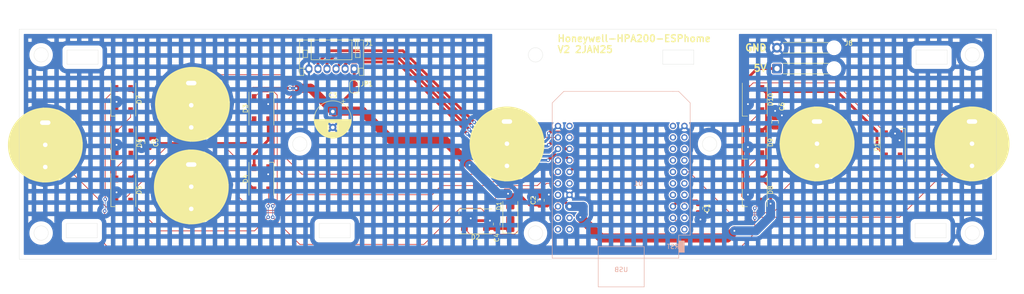
<source format=kicad_pcb>
(kicad_pcb (version 20241229) (generator "pcbnew") (generator_version "9.0")
  (layers (0 "F.Cu" signal "Front") (2 "B.Cu" signal "Back") (13 "F.Paste" user) (15 "B.Paste" user) (5 "F.SilkS" user "F.Silkscreen") (7 "B.SilkS" user "B.Silkscreen") (1 "F.Mask" user) (3 "B.Mask" user) (25 "Edge.Cuts" user))
  (net 0 "")
  (net 1 "+3.3V")
  (net 2 "GND")
  (net 3 "+5V")
  (net 4 "/FAN_H")
  (net 5 "/FAN_M")
  (net 6 "/FAN_L")
  (net 7 "/FAN_W")
  (net 8 "BUTT_DIMMER")
  (net 9 "BUTT_TURBO")
  (net 10 "BUTT_POWER")
  (net 11 "BUTT_FILTER")
  (net 12 "BUTT_PREFILTER")
  (net 13 "BUTT_TIMER")
  (net 14 "Net-(D2-DIN)")
  (net 15 "Net-(D2-DOUT)")
  (net 16 "Net-(D3-DOUT)")
  (net 17 "Net-(D4-DOUT)")
  (net 18 "Net-(D5-DOUT)")
  (net 19 "Net-(D6-DOUT)")
  (net 20 "Net-(D7-DOUT)")
  (net 21 "Net-(D8-DOUT)")
  (net 22 "Net-(D10-DIN)")
  (net 27 "Net-(D10-DOUT)")
  (net 45 "/4.3V")
  (net 50 "Net-(J1-Pin_1)")
  (footprint "LED_SMD:LED_SK6812_PLCC4_5.0x5.0mm_P3.2mm" (layer "F.Cu") (at 199.2305 88.2006 -90)
    (property "Reference" "D9")
    (property "Value" "SKC6812")
  )
  (footprint "TestPoint:Honeywell V1+2 Spring" (layer "F.Cu") (at 74.7305 97.9506)
    (property "Reference" "J6" (hide yes))
    (property "Value" "Conn_01x01" (hide yes))
  )
  (footprint "Capacitor_SMD:C_0805_2012Metric_Pad1.18x1.45mm_HandSolder" (layer "F.Cu") (at 142.2305 106.2006 90)
    (property "Reference" "C4")
    (property "Value" "1u")
  )
  (footprint "LED_SMD:LED_SK6812_PLCC4_5.0x5.0mm_P3.2mm" (layer "F.Cu") (at 90.2305 96.2006 90)
    (property "Reference" "D4")
    (property "Value" "SKC6812")
  )
  (footprint "TestPoint:Honeywell V1+2 Spring" (layer "F.Cu") (at 42.4805 88.7006)
    (property "Reference" "J7" (hide yes))
    (property "Value" "Conn_01x01" (hide yes))
  )
  (footprint "LED_SMD:LED_SK6812_PLCC4_5.0x5.0mm_P3.2mm" (layer "F.Cu") (at 229.7305 88.7006 90)
    (property "Reference" "D11")
    (property "Value" "SKC6812")
  )
  (footprint "LED_SMD:LED_SK6812_PLCC4_5.0x5.0mm_P3.2mm" (layer "F.Cu") (at 199.2305 98.7006 -90)
    (property "Reference" "D8")
    (property "Value" "SKC6812")
  )
  (footprint "LED_SMD:LED_SK6812_PLCC4_5.0x5.0mm_P3.2mm" (layer "F.Cu") (at 199.2305 78.7006 -90)
    (property "Reference" "D10")
    (property "Value" "SKC6812")
  )
  (footprint "LED_SMD:LED_SK6812_PLCC4_5.0x5.0mm_P3.2mm" (layer "F.Cu") (at 90.2305 80.7006 90)
    (property "Reference" "D3")
    (property "Value" "SKC6812")
  )
  (footprint "TestPoint:Honeywell V1+2 Spring" (layer "F.Cu") (at 144.4805 88.4506)
    (property "Reference" "J4" (hide yes))
    (property "Value" "Conn_01x01" (hide yes))
  )
  (footprint "Capacitor_SMD:C_0805_2012Metric_Pad1.18x1.45mm_HandSolder" (layer "F.Cu") (at 186.9805 102.7006 -90)
    (property "Reference" "C1")
    (property "Value" "1u")
  )
  (footprint "LED_SMD:LED_SK6812_PLCC4_5.0x5.0mm_P3.2mm" (layer "F.Cu") (at 137.5305 105.6006 180)
    (property "Reference" "D2")
    (property "Value" "SKC6812")
  )
  (footprint "Capacitor_SMD:C_0805_2012Metric_Pad1.18x1.45mm_HandSolder" (layer "F.Cu") (at 151.9805 100.9506 90)
    (property "Reference" "C2")
    (property "Value" "1u")
  )
  (footprint "Connector_JST:JST_PH_S6B-PH-K_1x06_P2.00mm_Horizontal" (layer "F.Cu") (at 110.7305 71.9006 180)
    (property "Reference" "J1")
    (property "Value" "Conn_01x06")
  )
  (footprint "TestPoint:Honeywell V1+2 Spring" (layer "F.Cu") (at 247.2305 88.4506)
    (property "Reference" "J2" (hide yes))
    (property "Value" "Conn_01x01" (hide yes))
  )
  (footprint "Capacitor_THT:CP_Radial_D8.0mm_P3.50mm" (layer "F.Cu") (at 106 81.347349 -90)
    (property "Reference" "C3")
    (property "Value" "1000uF")
  )
  (footprint "LED_SMD:LED_SK6812_PLCC4_5.0x5.0mm_P3.2mm" (layer "F.Cu") (at 59.7305 78.7006 -90)
    (property "Reference" "D7")
    (property "Value" "SKC6812")
  )
  (footprint "Diode_SMD:D_SMA_Handsoldering" (layer "F.Cu") (at 145.2305 103.7006 90)
    (property "Reference" "D1")
    (property "Value" "M7")
  )
  (footprint "TestPoint:Honeywell V1+2 Spring" (layer "F.Cu") (at 212.9805 88.4506)
    (property "Reference" "J3" (hide yes))
    (property "Value" "Conn_01x01" (hide yes))
  )
  (footprint "Connector_Wire:SolderWire-0.5sqmm_1x02_P4.6mm_D0.9mm_OD2.1mm_Relief" (layer "F.Cu") (at 204.15 71.85 90)
    (property "Reference" "J8")
    (property "Value" "Conn_01x02")
  )
  (footprint "LED_SMD:LED_SK6812_PLCC4_5.0x5.0mm_P3.2mm" (layer "F.Cu") (at 59.7805 88.3006 -90)
    (property "Reference" "D6")
    (property "Value" "SKC6812")
  )
  (footprint "Capacitor_SMD:C_0805_2012Metric_Pad1.18x1.45mm_HandSolder" (layer "F.Cu") (at 203.7305 83.7006 90)
    (property "Reference" "C6")
    (property "Value" "1u")
  )
  (footprint "Capacitor_SMD:C_0805_2012Metric_Pad1.18x1.45mm_HandSolder" (layer "F.Cu") (at 65.2305 88.2006 -90)
    (property "Reference" "C5")
    (property "Value" "1u")
  )
  (footprint "Jumper:SolderJumper-2_P1.3mm_Bridged_RoundedPad1.0x1.5mm" (layer "F.Cu") (at 110.75 75.85 -90)
    (property "Reference" "JP1")
    (property "Value" "Jumper_2_Bridged")
  )
  (footprint "TestPoint:Honeywell V1+2 Spring" (layer "F.Cu") (at 74.7305 79.9506)
    (property "Reference" "J5" (hide yes))
    (property "Value" "Conn_01x01" (hide yes))
  )
  (footprint "LED_SMD:LED_SK6812_PLCC4_5.0x5.0mm_P3.2mm" (layer "F.Cu") (at 59.7305 98.7006 -90)
    (property "Reference" "D5")
    (property "Value" "SKC6812")
  )
  (footprint "ESP32_mini:ESP32_mini" (layer "B.Cu") (at 169.7305 95.9506 180)
    (property "Reference" "U1")
    (property "Value" "mini_esp32")
  )
  (gr_circle (center 213 88.5) (end 221.18917 88.5) (stroke (width 0.1524)) (fill yes) (layer "F.SilkS"))
  (gr_circle (center 144.5 88.5) (end 152.68917 88.5) (stroke (width 0.1524)) (fill yes) (layer "F.SilkS"))
  (gr_circle (center 75 79.75) (end 83.18917 79.75) (stroke (width 0.1524)) (fill yes) (layer "F.SilkS"))
  (gr_circle (center 247.25 88.5) (end 255.43917 88.5) (stroke (width 0.1524)) (fill yes) (layer "F.SilkS"))
  (gr_circle (center 42.5 88.75) (end 50.68917 88.75) (stroke (width 0.1524)) (fill yes) (layer "F.SilkS"))
  (gr_circle (center 74.75 98) (end 82.93917 98) (stroke (width 0.1524)) (fill yes) (layer "F.SilkS"))
  (gr_line (start 241.728 70.925) (end 234.87 70.925) (stroke (width 0.05)) (layer "Edge.Cuts"))
  (gr_circle (center 41.5665 68.815) (end 43.154 68.815) (stroke (width 0.05)) (fill no) (layer "Edge.Cuts"))
  (gr_line (start 102.9733 109.25) (end 102.9733 106.075) (stroke (width 0.05)) (layer "Edge.Cuts"))
  (gr_line (start 185.7773 70.925) (end 178.9193 70.925) (stroke (width 0.05)) (layer "Edge.Cuts"))
  (gr_circle (center 98.7165 88.5) (end 100.304 88.5) (stroke (width 0.05)) (fill no) (layer "Edge.Cuts"))
  (gr_line (start 234.87 70.925) (end 234.87 67.75) (stroke (width 0.05)) (layer "Edge.Cuts"))
  (gr_line (start 54.1427 67.75) (end 54.1427 70.925) (stroke (width 0.05)) (layer "Edge.Cuts"))
  (gr_line (start 109.8313 106.075) (end 109.8313 109.25) (stroke (width 0.05)) (layer "Edge.Cuts"))
  (gr_circle (center 41.5665 108.185) (end 43.154 108.185) (stroke (width 0.05)) (fill no) (layer "Edge.Cuts"))
  (gr_line (start 47.2847 67.75) (end 54.1427 67.75) (stroke (width 0.05)) (layer "Edge.Cuts"))
  (gr_line (start 234.87 67.75) (end 241.728 67.75) (stroke (width 0.05)) (layer "Edge.Cuts"))
  (gr_line (start 54.003 109.25) (end 47.145 109.25) (stroke (width 0.05)) (layer "Edge.Cuts"))
  (gr_circle (center 247.3065 68.815) (end 248.894 68.815) (stroke (width 0.05)) (fill no) (layer "Edge.Cuts"))
  (gr_line (start 234.6452 106.075) (end 241.5032 106.075) (stroke (width 0.05)) (layer "Edge.Cuts"))
  (gr_line (start 241.728 67.75) (end 241.728 70.925) (stroke (width 0.05)) (layer "Edge.Cuts"))
  (gr_circle (center 150.7865 68.815) (end 152.374 68.815) (stroke (width 0.05)) (fill no) (layer "Edge.Cuts"))
  (gr_line (start 36.7305 114.0006) (end 36.7305 63.2006) (stroke (width 0.05)) (layer "Edge.Cuts"))
  (gr_line (start 54.1427 70.925) (end 47.2847 70.925) (stroke (width 0.05)) (layer "Edge.Cuts"))
  (gr_line (start 47.145 109.25) (end 47.145 106.075) (stroke (width 0.05)) (layer "Edge.Cuts"))
  (gr_line (start 54.003 106.075) (end 54.003 109.25) (stroke (width 0.05)) (layer "Edge.Cuts"))
  (gr_line (start 47.145 106.075) (end 54.003 106.075) (stroke (width 0.05)) (layer "Edge.Cuts"))
  (gr_circle (center 189.2565 88.5) (end 190.844 88.5) (stroke (width 0.05)) (fill no) (layer "Edge.Cuts"))
  (gr_line (start 252.6305 114.0006) (end 36.7305 114.0006) (stroke (width 0.05)) (layer "Edge.Cuts"))
  (gr_line (start 185.7773 67.75) (end 185.7773 70.925) (stroke (width 0.05)) (layer "Edge.Cuts"))
  (gr_line (start 36.7305 63.2006) (end 252.6305 63.2006) (stroke (width 0.05)) (layer "Edge.Cuts"))
  (gr_line (start 178.9193 67.75) (end 185.7773 67.75) (stroke (width 0.05)) (layer "Edge.Cuts"))
  (gr_line (start 241.5032 109.25) (end 234.6452 109.25) (stroke (width 0.05)) (layer "Edge.Cuts"))
  (gr_line (start 234.6452 109.25) (end 234.6452 106.075) (stroke (width 0.05)) (layer "Edge.Cuts"))
  (gr_circle (center 247.3065 108.185) (end 248.894 108.185) (stroke (width 0.05)) (fill no) (layer "Edge.Cuts"))
  (gr_line (start 47.2847 70.925) (end 47.2847 67.75) (stroke (width 0.05)) (layer "Edge.Cuts"))
  (gr_line (start 241.5032 106.075) (end 241.5032 109.25) (stroke (width 0.05)) (layer "Edge.Cuts"))
  (gr_circle (center 150.7865 108.185) (end 152.374 108.185) (stroke (width 0.05)) (fill no) (layer "Edge.Cuts"))
  (gr_line (start 109.8313 109.25) (end 102.9733 109.25) (stroke (width 0.05)) (layer "Edge.Cuts"))
  (gr_line (start 178.9193 70.925) (end 178.9193 67.75) (stroke (width 0.05)) (layer "Edge.Cuts"))
  (gr_line (start 102.9733 106.075) (end 109.8313 106.075) (stroke (width 0.05)) (layer "Edge.Cuts"))
  (gr_line (start 252.6305 63.2006) (end 252.6305 114.0006) (stroke (width 0.05)) (layer "Edge.Cuts"))
  (gr_text "5V" (at 202 71.75 0) (layer "F.SilkS") (effects (font (size 1.524 1.524) (thickness 0.3048) (bold yes)) (justify right)))
  (gr_text "Honeywell-HPA200-ESPhome\nV2 2JAN25" (at 155.5 68.5 0) (layer "F.SilkS") (effects (font (size 1.5 1.5) (thickness 0.3) (bold yes)) (justify left bottom)))
  (gr_text "GND" (at 202 67.25 0) (layer "F.SilkS") (effects (font (size 1.524 1.524) (thickness 0.3048) (bold yes)) (justify right)))
  (segment (start 182.3305 101.1006) (end 181.2305 102.2006) (width 0.6) (layer "F.Cu") (net 1))
  (segment (start 186.418 101.1006) (end 182.3305 101.1006) (width 0.6) (layer "F.Cu") (net 1))
  (segment (start 186.9805 101.6631) (end 186.418 101.1006) (width 0.6) (layer "F.Cu") (net 1))
  (segment (start 91.8305 93.7506) (end 91.8305 95.1006) (width 0.6) (layer "F.Cu") (net 2))
  (segment (start 58.1305 101.1506) (end 58.1305 99.3006) (width 0.6) (layer "F.Cu") (net 2))
  (segment (start 196.5805 89.5506) (end 197.7305 90.7006) (width 0.6) (layer "F.Cu") (net 2))
  (segment (start 58.1305 81.1506) (end 58.1305 79.3006) (width 0.6) (layer "F.Cu") (net 2))
  (segment (start 136.9805 105.4506) (end 140.7305 105.4506) (width 0.6) (layer "F.Cu") (net 2))
  (segment (start 135.5305 104.0006) (end 136.4805 104.9506) (width 0.6) (layer "F.Cu") (net 2))
  (segment (start 197.6305 101.1506) (end 197.6305 99.8006) (width 0.6) (layer "F.Cu") (net 2))
  (segment (start 57.1305 82.1506) (end 57.1305 89.6006) (width 0.6) (layer "F.Cu") (net 2))
  (segment (start 57.1305 89.6006) (end 58.2305 90.7006) (width 0.6) (layer "F.Cu") (net 2))
  (segment (start 58.1805 90.7506) (end 58.1805 88.7506) (width 0.6) (layer "F.Cu") (net 2))
  (segment (start 186.9805 103.7381) (end 188.693 103.7381) (width 0.6) (layer "F.Cu") (net 2))
  (segment (start 197.6305 81.1506) (end 197.6305 79.8006) (width 0.6) (layer "F.Cu") (net 2))
  (segment (start 91.8305 78.2506) (end 91.8305 79.6006) (width 0.6) (layer "F.Cu") (net 2))
  (segment (start 203.7305 82.6631) (end 203.7305 81.2006) (width 0.6) (layer "F.Cu") (net 2))
  (segment (start 151.9805 99.9131) (end 150.518 99.9131) (width 0.6) (layer "F.Cu") (net 2))
  (segment (start 197.6305 89.3006) (end 197.7305 89.2006) (width 0.6) (layer "F.Cu") (net 2))
  (segment (start 203.7305 82.6631) (end 204.768 82.6631) (width 0.6) (layer "F.Cu") (net 2))
  (segment (start 57.1305 91.8006) (end 57.1305 100.1006) (width 0.6) (layer "F.Cu") (net 2))
  (segment (start 231.3305 86.2506) (end 231.3305 87.6006) (width 0.6) (layer "F.Cu") (net 2))
  (segment (start 197.6305 81.1506) (end 197.6305 82.5006) (width 0.6) (layer "F.Cu") (net 2))
  (segment (start 197.6305 99.8006) (end 197.7305 99.7006) (width 0.6) (layer "F.Cu") (net 2))
  (segment (start 58.1305 79.3006) (end 58.2305 79.2006) (width 0.6) (layer "F.Cu") (net 2))
  (segment (start 196.5805 89.5506) (end 196.5805 100.0506) (width 0.6) (layer "F.Cu") (net 2))
  (segment (start 136.4805 104.9506) (end 136.9805 105.4506) (width 0.6) (layer "F.Cu") (net 2))
  (segment (start 186.9805 103.7381) (end 186.9805 104.9506) (width 0.6) (layer "F.Cu") (net 2))
  (segment (start 58.1805 90.7506) (end 57.1305 91.8006) (width 0.6) (layer "F.Cu") (net 2))
  (segment (start 65.2305 89.2381) (end 63.768 89.2381) (width 0.6) (layer "F.Cu") (net 2))
  (segment (start 196.5805 100.0506) (end 197.7305 101.2006) (width 0.6) (layer "F.Cu") (net 2))
  (segment (start 150.518 99.9131) (end 150.2305 100.2006) (width 0.6) (layer "F.Cu") (net 2))
  (segment (start 141.018 105.1631) (end 140.7305 105.4506) (width 0.6) (layer "F.Cu") (net 2))
  (segment (start 151.9805 99.9131) (end 153.518 99.9131) (width 0.6) (layer "F.Cu") (net 2))
  (segment (start 57.1305 100.1006) (end 58.2305 101.2006) (width 0.6) (layer "F.Cu") (net 2))
  (segment (start 58.1305 99.3006) (end 58.2305 99.2006) (width 0.6) (layer "F.Cu") (net 2))
  (segment (start 197.6305 82.5006) (end 196.5805 83.5506) (width 0.6) (layer "F.Cu") (net 2))
  (segment (start 186.9805 104.9506) (end 187.2305 105.2006) (width 0.6) (layer "F.Cu") (net 2))
  (segment (start 91.8305 78.2506) (end 92.8305 79.2506) (width 0.6) (layer "F.Cu") (net 2))
  (segment (start 92.8305 79.2506) (end 92.8305 92.6006) (width 0.6) (layer "F.Cu") (net 2))
  (segment (start 197.6305 90.6506) (end 197.6305 89.3006) (width 0.6) (layer "F.Cu") (net 2))
  (segment (start 92.8305 92.6006) (end 91.7305 93.7006) (width 0.6) (layer "F.Cu") (net 2))
  (segment (start 153.518 99.9131) (end 153.7305 99.7006) (width 0.6) (layer "F.Cu") (net 2))
  (segment (start 58.1305 81.1506) (end 57.1305 82.1506) (width 0.6) (layer "F.Cu") (net 2))
  (segment (start 188.693 103.7381) (end 188.7305 103.7006) (width 0.6) (layer "F.Cu") (net 2))
  (segment (start 231.3305 86.2506) (end 230.2805 86.2506) (width 0.6) (layer "F.Cu") (net 2))
  (segment (start 204.768 82.6631) (end 205.2305 82.2006) (width 0.6) (layer "F.Cu") (net 2))
  (segment (start 231.3305 87.6006) (end 231.2305 87.7006) (width 0.6) (layer "F.Cu") (net 2))
  (segment (start 196.5805 83.5506) (end 196.5805 89.5506) (width 0.6) (layer "F.Cu") (net 2))
  (segment (start 91.8305 79.6006) (end 91.7305 79.7006) (width 0.6) (layer "F.Cu") (net 2))
  (segment (start 230.2805 86.2506) (end 230.2305 86.2006) (width 0.6) (layer "F.Cu") (net 2))
  (segment (start 142.2305 105.1631) (end 141.018 105.1631) (width 0.6) (layer "F.Cu") (net 2))
  (segment (start 63.768 89.2381) (end 63.7305 89.2006) (width 0.6) (layer "F.Cu") (net 2))
  (segment (start 58.1805 88.7506) (end 58.2305 88.7006) (width 0.6) (layer "F.Cu") (net 2))
  (segment (start 197.6305 79.8006) (end 197.7305 79.7006) (width 0.6) (layer "F.Cu") (net 2))
  (segment (start 91.8305 95.1006) (end 91.7305 95.2006) (width 0.6) (layer "F.Cu") (net 2))
  (via (at 63.7305 89.2006) (size 0.8) (drill 0.4) (layers "F.Cu" "B.Cu") (net 2))
  (via (at 188.7305 103.7006) (size 0.8) (drill 0.4) (layers "F.Cu" "B.Cu") (net 2))
  (via (at 140.7305 105.4506) (size 0.8) (drill 0.4) (layers "F.Cu" "B.Cu") (net 2))
  (via (at 58.2305 88.7006) (size 0.8) (drill 0.4) (layers "F.Cu" "B.Cu") (net 2))
  (via (at 153.7305 99.7006) (size 0.8) (drill 0.4) (layers "F.Cu" "B.Cu") (net 2))
  (via (at 203.7305 81.2006) (size 0.8) (drill 0.4) (layers "F.Cu" "B.Cu") (net 2))
  (via (at 150.2305 100.2006) (size 0.8) (drill 0.4) (layers "F.Cu" "B.Cu") (net 2))
  (via (at 230.2305 86.2006) (size 0.8) (drill 0.4) (layers "F.Cu" "B.Cu") (net 2))
  (via (at 187.2305 105.2006) (size 0.8) (drill 0.4) (layers "F.Cu" "B.Cu") (net 2))
  (via (at 197.7305 99.7006) (size 0.8) (drill 0.4) (layers "F.Cu" "B.Cu") (net 2))
  (via (at 58.2305 79.2006) (size 0.8) (drill 0.4) (layers "F.Cu" "B.Cu") (net 2))
  (via (at 136.4805 104.9506) (size 0.8) (drill 0.4) (layers "F.Cu" "B.Cu") (net 2))
  (via (at 231.2305 87.7006) (size 0.8) (drill 0.4) (layers "F.Cu" "B.Cu") (net 2))
  (via (at 197.7305 79.7006) (size 0.8) (drill 0.4) (layers "F.Cu" "B.Cu") (net 2))
  (via (at 91.7305 79.7006) (size 0.8) (drill 0.4) (layers "F.Cu" "B.Cu") (net 2))
  (via (at 58.2305 99.2006) (size 0.8) (drill 0.4) (layers "F.Cu" "B.Cu") (net 2))
  (via (at 91.7305 95.2006) (size 0.8) (drill 0.4) (layers "F.Cu" "B.Cu") (net 2))
  (via (at 197.7305 89.2006) (size 0.8) (drill 0.4) (layers "F.Cu" "B.Cu") (net 2))
  (via (at 205.2305 82.2006) (size 0.8) (drill 0.4) (layers "F.Cu" "B.Cu") (net 2))
  (segment (start 226.2305 89.2006) (end 228.2305 91.2006) (width 0.6) (layer "F.Cu") (net 3))
  (segment (start 200.8305 76.2506) (end 201.5055 76.9256) (width 0.6) (layer "F.Cu") (net 3))
  (segment (start 144.9305 99.7006) (end 144.7305 99.5006) (width 0.6) (layer "F.Cu") (net 3))
  (segment (start 65.2305 87.1631) (end 66.693 87.1631) (width 0.6) (layer "F.Cu") (net 3))
  (segment (start 61.3305 96.2506) (end 62.3805 95.2006) (width 0.6) (layer "F.Cu") (net 3))
  (segment (start 86.9305 88.4006) (end 87.6305 87.7006) (width 0.6) (layer "F.Cu") (net 3))
  (segment (start 87.6305 84.1506) (end 87.6305 77.0006) (width 0.6) (layer "F.Cu") (net 3))
  (segment (start 157.1005 101.1006) (end 154.521871 101.1006) (width 0.6) (layer "F.Cu") (net 3))
  (segment (start 201.8305 85.2006) (end 201.8305 95.1006) (width 0.6) (layer "F.Cu") (net 3))
  (segment (start 204.15 71.85) (end 199.7791 71.85) (width 0.6) (layer "F.Cu") (net 3))
  (segment (start 62.3805 86.8506) (end 61.2305 85.7006) (width 0.6) (layer "F.Cu") (net 3))
  (segment (start 199.7791 71.85) (end 196.6295 74.9996) (width 0.6) (layer "F.Cu") (net 3))
  (segment (start 201.5055 76.9256) (end 201.8305 77.2506) (width 0.6) (layer "F.Cu") (net 3))
  (segment (start 118.75 87.5) (end 130.5299 87.5) (width 2) (layer "F.Cu") (net 3))
  (segment (start 165.2805 109.2806) (end 193.1505 109.2806) (width 2) (layer "F.Cu") (net 3))
  (segment (start 62.693 87.1631) (end 62.3805 86.8506) (width 0.6) (layer "F.Cu") (net 3))
  (segment (start 217.4555 76.9256) (end 226.2305 85.7006) (width 0.6) (layer "F.Cu") (net 3))
  (segment (start 101.1056 76.2006) (end 98.5055 76.2006) (width 2) (layer "F.Cu") (net 3))
  (segment (start 87.6305 97.6006) (end 88.7305 98.7006) (width 0.6) (layer "F.Cu") (net 3))
  (segment (start 61.3305 76.2506) (end 62.3805 77.3006) (width 0.6) (layer "F.Cu") (net 3))
  (segment (start 106 81.25) (end 112.5 81.25) (width 2) (layer "F.Cu") (net 3))
  (segment (start 158.3005 102.3006) (end 157.1005 101.1006) (width 0.6) (layer "F.Cu") (net 3))
  (segment (start 87.6305 84.1506) (end 87.6305 87.7006) (width 0.6) (layer "F.Cu") (net 3))
  (segment (start 197.8779 78.75) (end 201.8305 78.75) (width 0.6) (layer "F.Cu") (net 3))
  (segment (start 106.3275 81.4225) (end 101.1056 76.2006) (width 2) (layer "F.Cu") (net 3))
  (segment (start 160.7005 104.7006) (end 165.2805 109.2806) (width 2) (layer "F.Cu") (net 3))
  (segment (start 67.9305 88.4006) (end 86.9305 88.4006) (width 0.6) (layer "F.Cu") (net 3))
  (segment (start 88.6305 83.1506) (end 87.6305 84.1506) (width 0.6) (layer "F.Cu") (net 3))
  (segment (start 202.7305 98.1506) (end 202.7305 101.7006) (width 0.6) (layer "F.Cu") (net 3))
  (segment (start 226.2305 85.7006) (end 226.2305 89.2006) (width 0.6) (layer "F.Cu") (net 3))
  (segment (start 201.5055 76.9256) (end 217.4555 76.9256) (width 0.6) (layer "F.Cu") (net 3))
  (segment (start 106 81.347349) (end 106 81.25) (width 0.6) (layer "F.Cu") (net 3))
  (segment (start 193.1505 109.2806) (end 194.7305 107.7006) (width 2) (layer "F.Cu") (net 3))
  (segment (start 112.5 81.25) (end 118.75 87.5) (width 2) (layer "F.Cu") (net 3))
  (segment (start 196.6295 77.5016) (end 197.8779 78.75) (width 0.6) (layer "F.Cu") (net 3))
  (segment (start 149.518 101.9881) (end 147.2305 99.7006) (width 0.6) (layer "F.Cu") (net 3))
  (segment (start 130.5299 87.5) (end 136.2305 93.2006) (width 2) (layer "F.Cu") (net 3))
  (segment (start 202.293 84.7381) (end 201.8305 85.2006) (width 0.6) (layer "F.Cu") (net 3))
  (segment (start 66.693 87.1631) (end 67.9305 88.4006) (width 0.6) (layer "F.Cu") (net 3))
  (segment (start 87.6305 87.7006) (end 87.6305 97.6006) (width 0.6) (layer "F.Cu") (net 3))
  (segment (start 62.3805 95.2006) (end 62.3805 86.8506) (width 0.6) (layer "F.Cu") (net 3))
  (segment (start 196.6295 74.9996) (end 196.6295 77.5016) (width 0.6) (layer "F.Cu") (net 3))
  (segment (start 154.521871 101.1006) (end 153.421871 102.2006) (width 0.6) (layer "F.Cu") (net 3))
  (segment (start 200.8305 96.2506) (end 202.7305 98.1506) (width 0.6) (layer "F.Cu") (net 3))
  (segment (start 62.3805 77.3006) (end 62.3805 86.8506) (width 0.6) (layer "F.Cu") (net 3))
  (segment (start 65.2305 87.1631) (end 62.693 87.1631) (width 0.6) (layer "F.Cu") (net 3))
  (segment (start 87.6305 77.0006) (end 88.4305 76.2006) (width 0.6) (layer "F.Cu") (net 3))
  (segment (start 201.8305 84.6006) (end 201.8305 85.2006) (width 0.6) (layer "F.Cu") (net 3))
  (segment (start 106 81.25) (end 110.75 76.5) (width 0.6) (layer "F.Cu") (net 3))
  (segment (start 201.8305 77.2506) (end 201.8305 78.75) (width 0.6) (layer "F.Cu") (net 3))
  (segment (start 203.7305 84.7381) (end 202.293 84.7381) (width 0.6) (layer "F.Cu") (net 3))
  (segment (start 147.2305 99.7006) (end 144.9305 99.7006) (width 0.6) (layer "F.Cu") (net 3))
  (segment (start 201.8305 78.75) (end 201.8305 84.6006) (width 0.6) (layer "F.Cu") (net 3))
  (segment (start 153.421871 102.2006) (end 152.2305 102.2006) (width 0.6) (layer "F.Cu") (net 3))
  (segment (start 151.9805 101.9881) (end 149.518 101.9881) (width 0.6) (layer "F.Cu") (net 3))
  (segment (start 201.8305 95.1006) (end 200.7305 96.2006) (width 0.6) (layer "F.Cu") (net 3))
  (segment (start 201.8305 84.6006) (end 200.7305 85.7006) (width 0.6) (layer "F.Cu") (net 3))
  (segment (start 96.5555 76.2006) (end 88.4305 76.2006) (width 0.6) (layer "F.Cu") (net 3))
  (via (at 96.5555 76.2006) (size 0.8) (drill 0.4) (layers "F.Cu" "B.Cu") (net 3))
  (via (at 160.7005 104.7006) (size 0.8) (drill 0.4) (layers "F.Cu" "B.Cu") (net 3))
  (via (at 136.2305 93.2006) (size 0.8) (drill 0.4) (layers "F.Cu" "B.Cu") (net 3))
  (via (at 97.9055 76.2006) (size 0.8) (drill 0.4) (layers "F.Cu" "B.Cu") (net 3))
  (via (at 202.7305 101.7006) (size 0.8) (drill 0.4) (layers "F.Cu" "B.Cu") (net 3))
  (via (at 194.7305 107.7006) (size 0.8) (drill 0.4) (layers "F.Cu" "B.Cu") (net 3))
  (via (at 144.7305 99.5006) (size 0.8) (drill 0.4) (layers "F.Cu" "B.Cu") (net 3))
  (segment (start 158.3005 102.3006) (end 161.3305 102.3006) (width 2) (layer "B.Cu") (net 3))
  (segment (start 142.5305 99.5006) (end 144.7305 99.5006) (width 2) (layer "B.Cu") (net 3))
  (segment (start 136.2305 93.2006) (end 142.5305 99.5006) (width 2) (layer "B.Cu") (net 3))
  (segment (start 194.7305 107.7006) (end 199.493242 107.7006) (width 2) (layer "B.Cu") (net 3))
  (segment (start 97.9055 76.2006) (end 96.5555 76.2006) (width 0.6) (layer "B.Cu") (net 3))
  (segment (start 199.493242 107.7006) (end 202.7305 104.463342) (width 2) (layer "B.Cu") (net 3))
  (segment (start 161.3305 102.3006) (end 161.3305 104.0706) (width 2) (layer "B.Cu") (net 3))
  (segment (start 161.3305 104.0706) (end 160.7005 104.7006) (width 2) (layer "B.Cu") (net 3))
  (segment (start 202.7305 104.463342) (end 202.7305 101.7006) (width 2) (layer "B.Cu") (net 3))
  (segment (start 102.7305 70.56923) (end 102.7305 71.7006) (width 0.6) (layer "F.Cu") (net 4))
  (segment (start 158.3005 94.6806) (end 159.5005 93.4806) (width 0.6) (layer "F.Cu") (net 4))
  (segment (start 105.39913 67.9006) (end 102.7305 70.56923) (width 0.6) (layer "F.Cu") (net 4))
  (segment (start 159.5005 93.4806) (end 159.5005 86.4706) (width 0.6) (layer "F.Cu") (net 4))
  (segment (start 121.476086 67.9006) (end 105.39913 67.9006) (width 0.6) (layer "F.Cu") (net 4))
  (segment (start 154.0305 85.8606) (end 153.7305 86.1606) (width 0.6) (layer "F.Cu") (net 4))
  (segment (start 121.476086 67.9006) (end 137.253293 83.677807) (width 0.6) (layer "F.Cu") (net 4))
  (segment (start 158.8905 85.8606) (end 154.0305 85.8606) (width 0.6) (layer "F.Cu") (net 4))
  (segment (start 159.5005 86.4706) (end 158.8905 85.8606) (width 0.6) (layer "F.Cu") (net 4))
  (via (at 137.253293 83.677807) (size 0.8) (drill 0.4) (layers "F.Cu" "B.Cu") (net 4))
  (via (at 153.7305 86.1606) (size 0.8) (drill 0.4) (layers "F.Cu" "B.Cu") (net 4))
  (segment (start 137.253293 83.677807) (end 139.075486 85.5) (width 0.6) (layer "B.Cu") (net 4))
  (segment (start 149 85.5) (end 151.5 88) (width 0.6) (layer "B.Cu") (net 4))
  (segment (start 139.075486 85.5) (end 149 85.5) (width 0.6) (layer "B.Cu") (net 4))
  (segment (start 153.7305 87.2006) (end 153.7305 86.1606) (width 0.6) (layer "B.Cu") (net 4))
  (segment (start 152.9311 88) (end 153.7305 87.2006) (width 0.6) (layer "B.Cu") (net 4))
  (segment (start 151.5 88) (end 152.9311 88) (width 0.6) (layer "B.Cu") (net 4))
  (segment (start 106.7305 68.7006) (end 121.003293 68.7006) (width 0.6) (layer "F.Cu") (net 5))
  (segment (start 121.003293 68.7006) (end 136.633227 84.330533) (width 0.6) (layer "F.Cu") (net 5))
  (segment (start 158.3005 89.6006) (end 157.457557 89.6006) (width 0.6) (layer "F.Cu") (net 5))
  (segment (start 136.633227 84.330533) (end 136.633227 84.46236) (width 0.6) (layer "F.Cu") (net 5))
  (segment (start 157.457557 89.6006) (end 156.257557 88.4006) (width 0.6) (layer "F.Cu") (net 5))
  (segment (start 154.0305 88.4006) (end 153.7305 88.7006) (width 0.6) (layer "F.Cu") (net 5))
  (segment (start 104.7305 70.7006) (end 104.7305 71.7006) (width 0.6) (layer "F.Cu") (net 5))
  (segment (start 106.7305 68.7006) (end 104.7305 70.7006) (width 0.6) (layer "F.Cu") (net 5))
  (segment (start 156.257557 88.4006) (end 154.0305 88.4006) (width 0.6) (layer "F.Cu") (net 5))
  (via (at 136.633227 84.46236) (size 0.8) (drill 0.4) (layers "F.Cu" "B.Cu") (net 5))
  (via (at 153.7305 88.7006) (size 0.8) (drill 0.4) (layers "F.Cu" "B.Cu") (net 5))
  (segment (start 153.4311 89) (end 151 89) (width 0.6) (layer "B.Cu") (net 5))
  (segment (start 137.412422 85.241555) (end 136.633227 84.46236) (width 0.6) (layer "B.Cu") (net 5))
  (segment (start 148.5 86.5) (end 138.663574 86.5) (width 0.6) (layer "B.Cu") (net 5))
  (segment (start 151 89) (end 148.5 86.5) (width 0.6) (layer "B.Cu") (net 5))
  (segment (start 138.663574 86.5) (end 137.412422 85.248848) (width 0.6) (layer "B.Cu") (net 5))
  (segment (start 153.7305 88.7006) (end 153.4311 89) (width 0.6) (layer "B.Cu") (net 5))
  (segment (start 137.412422 85.248848) (end 137.412422 85.241555) (width 0.6) (layer "B.Cu") (net 5))
  (segment (start 108.8305 69.6006) (end 106.7305 71.7006) (width 0.6) (layer "F.Cu") (net 6))
  (segment (start 134.7305 83.7006) (end 134.7305 83.832426) (width 0.6) (layer "F.Cu") (net 6))
  (segment (start 120.6305 69.6006) (end 108.8305 69.6006) (width 0.6) (layer "F.Cu") (net 6))
  (segment (start 134.7305 83.7006) (end 120.6305 69.6006) (width 0.6) (layer "F.Cu") (net 6))
  (segment (start 134.7305 83.832426) (end 136.154327 85.256253) (width 0.6) (layer "F.Cu") (net 6))
  (segment (start 136.154327 85.256253) (end 136.154327 85.340233) (width 0.6) (layer "F.Cu") (net 6))
  (via (at 136.154327 85.340233) (size 0.8) (drill 0.4) (layers "F.Cu" "B.Cu") (net 6))
  (segment (start 150.49913 91.2006) (end 154.1605 91.2006) (width 0.6) (layer "B.Cu") (net 6))
  (segment (start 136.154327 85.340233) (end 141.314094 90.5) (width 0.6) (layer "B.Cu") (net 6))
  (segment (start 141.314094 90.5) (end 149.79853 90.5) (width 0.6) (layer "B.Cu") (net 6))
  (segment (start 154.1605 91.2006) (end 155.7605 89.6006) (width 0.6) (layer "B.Cu") (net 6))
  (segment (start 149.79853 90.5) (end 150.49913 91.2006) (width 0.6) (layer "B.Cu") (net 6))
  (segment (start 109.3055 70.4006) (end 120.157706 70.4006) (width 0.6) (layer "F.Cu") (net 7))
  (segment (start 108.7305 71.9006) (end 108.7305 70.9756) (width 0.6) (layer "F.Cu") (net 7))
  (segment (start 134.957707 85.2006) (end 134.957707 85.482583) (width 0.6) (layer "F.Cu") (net 7))
  (segment (start 108.7305 70.9756) (end 109.3055 70.4006) (width 0.6) (layer "F.Cu") (net 7))
  (segment (start 120.157706 70.4006) (end 134.957707 85.2006) (width 0.6) (layer "F.Cu") (net 7))
  (segment (start 158.3005 92.1406) (end 157.1005 90.9406) (width 0.6) (layer "F.Cu") (net 7))
  (segment (start 157.1005 90.9406) (end 154.733664 90.9406) (width 0.6) (layer "F.Cu") (net 7))
  (segment (start 134.957707 85.482583) (end 135.712422 86.237298) (width 0.6) (layer "F.Cu") (net 7))
  (segment (start 154.733664 90.9406) (end 153.573664 92.1006) (width 0.6) (layer "F.Cu") (net 7))
  (via (at 135.712422 86.237298) (size 0.8) (drill 0.4) (layers "F.Cu" "B.Cu") (net 7))
  (via (at 153.573664 92.1006) (size 0.8) (drill 0.4) (layers "F.Cu" "B.Cu") (net 7))
  (segment (start 135.737298 86.237298) (end 141 91.5) (width 0.6) (layer "B.Cu") (net 7))
  (segment (start 141 91.5) (end 149.665744 91.5) (width 0.6) (layer "B.Cu") (net 7))
  (segment (start 135.712422 86.237298) (end 135.737298 86.237298) (width 0.6) (layer "B.Cu") (net 7))
  (segment (start 149.665744 91.5) (end 150.266345 92.1006) (width 0.6) (layer "B.Cu") (net 7))
  (segment (start 150.266345 92.1006) (end 153.573664 92.1006) (width 0.6) (layer "B.Cu") (net 7))
  (segment (start 247.2305 88.4506) (end 247.2305 93.3506) (width 0.15) (layer "F.Cu") (net 8))
  (segment (start 196.2305 106.2006) (end 198.2305 104.2006) (width 0.15) (layer "F.Cu") (net 8))
  (segment (start 200.2305 104.7006) (end 231.2305 104.7006) (width 0.15) (layer "F.Cu") (net 8))
  (segment (start 199.7305 104.2006) (end 200.2305 104.7006) (width 0.15) (layer "F.Cu") (net 8))
  (segment (start 182.5205 106.2006) (end 196.2305 106.2006) (width 0.15) (layer "F.Cu") (net 8))
  (segment (start 247.2305 83.5506) (end 247.2305 88.4506) (width 0.15) (layer "F.Cu") (net 8))
  (segment (start 198.2305 104.2006) (end 199.7305 104.2006) (width 0.15) (layer "F.Cu") (net 8))
  (segment (start 231.2305 104.7006) (end 247.2305 88.7006) (width 0.15) (layer "F.Cu") (net 8))
  (segment (start 181.1605 104.8406) (end 182.5205 106.2006) (width 0.15) (layer "F.Cu") (net 8))
  (segment (start 193.7305 103.7006) (end 203.2305 103.7006) (width 0.15) (layer "F.Cu") (net 9))
  (segment (start 212.9805 88.4506) (end 212.9805 93.3506) (width 0.15) (layer "F.Cu") (net 9))
  (segment (start 205.2305 101.7006) (end 203.2305 103.7006) (width 0.15) (layer "F.Cu") (net 9))
  (segment (start 212.9805 91.2506) (end 205.2305 99.0006) (width 0.15) (layer "F.Cu") (net 9))
  (segment (start 205.2305 99.0006) (end 205.2305 101.7006) (width 0.15) (layer "F.Cu") (net 9))
  (segment (start 212.9805 88.4506) (end 212.9805 91.2506) (width 0.15) (layer "F.Cu") (net 9))
  (segment (start 183.7005 94.6806) (end 184.7105 94.6806) (width 0.15) (layer "F.Cu") (net 9))
  (segment (start 184.7105 94.6806) (end 193.7305 103.7006) (width 0.15) (layer "F.Cu") (net 9))
  (segment (start 212.9805 83.5506) (end 212.9805 88.4506) (width 0.15) (layer "F.Cu") (net 9))
  (segment (start 145.8705 87.0606) (end 144.7305 88.2006) (width 0.15) (layer "F.Cu") (net 10))
  (segment (start 155.7605 87.0606) (end 145.8705 87.0606) (width 0.15) (layer "F.Cu") (net 10))
  (segment (start 144.4805 88.4506) (end 144.4805 83.7766) (width 0.15) (layer "F.Cu") (net 10))
  (segment (start 144.4805 88.4506) (end 144.4805 93.3506) (width 0.15) (layer "F.Cu") (net 10))
  (segment (start 148.5705 96.8606) (end 139.8905 96.8606) (width 0.15) (layer "F.Cu") (net 11))
  (segment (start 94.75 79.9805) (end 97.2305 77.5) (width 0.15) (layer "F.Cu") (net 11))
  (segment (start 74.7305 75.0506) (end 74.7305 79.9506) (width 0.15) (layer "F.Cu") (net 11))
  (segment (start 94.75 90.75) (end 94.75 79.9805) (width 0.15) (layer "F.Cu") (net 11))
  (segment (start 139.8905 96.8606) (end 138.2305 95.2006) (width 0.15) (layer "F.Cu") (net 11))
  (segment (start 94.7305 73.2006) (end 81.2305 73.2006) (width 0.15) (layer "F.Cu") (net 11))
  (segment (start 97.2305 77.5) (end 97.2305 75.7006) (width 0.15) (layer "F.Cu") (net 11))
  (segment (start 151.2305 94.2006) (end 148.5705 96.8606) (width 0.15) (layer "F.Cu") (net 11))
  (segment (start 74.7305 79.9506) (end 74.7305 84.8506) (width 0.15) (layer "F.Cu") (net 11))
  (segment (start 97.2305 75.7006) (end 94.7305 73.2006) (width 0.15) (layer "F.Cu") (net 11))
  (segment (start 155.7605 92.1406) (end 153.7005 94.2006) (width 0.15) (layer "F.Cu") (net 11))
  (segment (start 153.7005 94.2006) (end 151.2305 94.2006) (width 0.15) (layer "F.Cu") (net 11))
  (segment (start 138.2305 95.2006) (end 99.2006 95.2006) (width 0.15) (layer "F.Cu") (net 11))
  (segment (start 99.2006 95.2006) (end 94.75 90.75) (width 0.15) (layer "F.Cu") (net 11))
  (segment (start 81.2305 73.2006) (end 74.7305 79.7006) (width 0.15) (layer "F.Cu") (net 11))
  (segment (start 141.2305 101.2006) (end 143.9805 98.4506) (width 0.15) (layer "F.Cu") (net 12))
  (segment (start 143.9805 98.4506) (end 152 98.4506) (width 0.15) (layer "F.Cu") (net 12))
  (segment (start 127.7305 103.7006) (end 130.2305 101.2006) (width 0.15) (layer "F.Cu") (net 12))
  (segment (start 155.7605 97.2206) (end 153.23 97.2206) (width 0.15) (layer "F.Cu") (net 12))
  (segment (start 74.7305 97.9506) (end 80.4805 103.7006) (width 0.15) (layer "F.Cu") (net 12))
  (segment (start 153.23 97.2206) (end 152 98.4506) (width 0.15) (layer "F.Cu") (net 12))
  (segment (start 80.4805 103.7006) (end 127.7305 103.7006) (width 0.15) (layer "F.Cu") (net 12))
  (segment (start 74.7305 97.9506) (end 74.7305 102.8506) (width 0.15) (layer "F.Cu") (net 12))
  (segment (start 74.7305 93.0506) (end 74.7305 97.9506) (width 0.15) (layer "F.Cu") (net 12))
  (segment (start 130.2305 101.2006) (end 141.2305 101.2006) (width 0.15) (layer "F.Cu") (net 12))
  (segment (start 42.4805 88.7006) (end 42.4805 93.6006) (width 0.15) (layer "F.Cu") (net 13))
  (segment (start 89.3805 101.2006) (end 91.3805 103.2006) (width 0.15) (layer "F.Cu") (net 13))
  (segment (start 58.7305 104.2006) (end 59.7305 103.2006) (width 0.15) (layer "F.Cu") (net 13))
  (segment (start 85.2305 100.2006) (end 86.2305 101.2006) (width 0.15) (layer "F.Cu") (net 13))
  (segment (start 64.8555 93.5756) (end 69.2305 89.2006) (width 0.15) (layer "F.Cu") (net 13))
  (segment (start 42.4805 83.8006) (end 42.4805 88.7006) (width 0.15) (layer "F.Cu") (net 13))
  (segment (start 64.8555 95.8256) (end 64.8555 93.5756) (width 0.15) (layer "F.Cu") (net 13))
  (segment (start 86.2305 101.2006) (end 89.3805 101.2006) (width 0.15) (layer "F.Cu") (net 13))
  (segment (start 59.7305 103.2006) (end 59.7305 100.9506) (width 0.15) (layer "F.Cu") (net 13))
  (segment (start 85.2305 92.2006) (end 85.2305 100.2006) (width 0.15) (layer "F.Cu") (net 13))
  (segment (start 96.71555 99.71555) (end 127.98505 99.71555) (width 0.15) (layer "F.Cu") (net 13))
  (segment (start 57.7305 104.2006) (end 58.7305 104.2006) (width 0.15) (layer "F.Cu") (net 13))
  (segment (start 82.2305 89.2006) (end 85.2305 92.2006) (width 0.15) (layer "F.Cu") (net 13))
  (segment (start 130 97.7006) (end 151.2305 97.7006) (width 0.15) (layer "F.Cu") (net 13))
  (segment (start 42.2305 88.7006) (end 57.7305 104.2006) (width 0.15) (layer "F.Cu") (net 13))
  (segment (start 91.3805 103.2006) (end 93.2305 103.2006) (width 0.15) (layer "F.Cu") (net 13))
  (segment (start 59.7305 100.9506) (end 64.8555 95.8256) (width 0.15) (layer "F.Cu") (net 13))
  (segment (start 154.2355 96.2056) (end 155.7605 94.6806) (width 0.15) (layer "F.Cu") (net 13))
  (segment (start 151.2305 97.7006) (end 152.7255 96.2056) (width 0.15) (layer "F.Cu") (net 13))
  (segment (start 69.2305 89.2006) (end 82.2305 89.2006) (width 0.15) (layer "F.Cu") (net 13))
  (segment (start 127.98505 99.71555) (end 130 97.7006) (width 0.15) (layer "F.Cu") (net 13))
  (segment (start 93.2305 103.2006) (end 96.71555 99.71555) (width 0.15) (layer "F.Cu") (net 13))
  (segment (start 152.7255 96.2056) (end 154.2355 96.2056) (width 0.15) (layer "F.Cu") (net 13))
  (segment (start 147.2305 104.983012) (end 148.572912 103.6406) (width 0.15) (layer "F.Cu") (net 14))
  (segment (start 148.572912 103.6406) (end 154.4205 103.6406) (width 0.15) (layer "F.Cu") (net 14))
  (segment (start 135.0805 107.2006) (end 136.3305 108.4506) (width 0.15) (layer "F.Cu") (net 14))
  (segment (start 146.198088 108.4506) (end 147.2305 107.418188) (width 0.15) (layer "F.Cu") (net 14))
  (segment (start 147.2305 107.418188) (end 147.2305 104.983012) (width 0.15) (layer "F.Cu") (net 14))
  (segment (start 155.7605 102.3006) (end 154.4205 103.6406) (width 0.15) (layer "F.Cu") (net 14))
  (segment (start 136.3305 108.4506) (end 146.198088 108.4506) (width 0.15) (layer "F.Cu") (net 14))
  (segment (start 92.7305 102.2006) (end 93.7305 101.2006) (width 0.15) (layer "F.Cu") (net 15))
  (segment (start 93.0305 77.0006) (end 89.8805 77.0006) (width 0.15) (layer "F.Cu") (net 15))
  (segment (start 126.1305 110.7006) (end 134.1305 102.7006) (width 0.15) (layer "F.Cu") (net 15))
  (segment (start 93.7305 77.7006) (end 93.0305 77.0006) (width 0.15) (layer "F.Cu") (net 15))
  (segment (start 134.1305 102.7006) (end 138.7305 102.7006) (width 0.15) (layer "F.Cu") (net 15))
  (segment (start 138.7305 102.7006) (end 139.7305 103.7006) (width 0.15) (layer "F.Cu") (net 15))
  (segment (start 98.7305 110.7006) (end 126.1305 110.7006) (width 0.15) (layer "F.Cu") (net 15))
  (segment (start 89.8805 77.0006) (end 88.6305 78.2506) (width 0.15) (layer "F.Cu") (net 15))
  (segment (start 92.7305 104.7006) (end 98.7305 110.7006) (width 0.15) (layer "F.Cu") (net 15))
  (segment (start 93.7305 101.2006) (end 93.7305 77.7006) (width 0.15) (layer "F.Cu") (net 15))
  (via (at 92.7305 104.7006) (size 0.8) (drill 0.4) (layers "F.Cu" "B.Cu") (net 15))
  (via (at 92.7305 102.2006) (size 0.8) (drill 0.4) (layers "F.Cu" "B.Cu") (net 15))
  (segment (start 92.7305 104.7006) (end 92.7305 102.2006) (width 0.15) (layer "B.Cu") (net 15))
  (segment (start 91.7305 87.7006) (end 91.7305 83.2006) (width 0.6) (layer "F.Cu") (net 16))
  (segment (start 88.6305 93.7506) (end 88.6305 90.8006) (width 0.6) (layer "F.Cu") (net 16))
  (segment (start 88.6305 90.8006) (end 91.7305 87.7006) (width 0.6) (layer "F.Cu") (net 16))
  (segment (start 61.3305 101.1506) (end 67.8805 107.7006) (width 0.15) (layer "F.Cu") (net 17))
  (segment (start 91.8305 98.6506) (end 91.8305 102.1006) (width 0.15) (layer "F.Cu") (net 17))
  (segment (start 67.8805 107.7006) (end 88.7305 107.7006) (width 0.15) (layer "F.Cu") (net 17))
  (segment (start 88.7305 107.7006) (end 91.7305 104.7006) (width 0.15) (layer "F.Cu") (net 17))
  (segment (start 91.8305 102.1006) (end 91.7305 102.2006) (width 0.15) (layer "F.Cu") (net 17))
  (via (at 91.7305 104.7006) (size 0.8) (drill 0.4) (layers "F.Cu" "B.Cu") (net 17))
  (via (at 91.7305 102.2006) (size 0.8) (drill 0.4) (layers "F.Cu" "B.Cu") (net 17))
  (segment (start 91.7305 104.7006) (end 91.7305 102.2006) (width 0.15) (layer "B.Cu") (net 17))
  (segment (start 58.1305 93.8006) (end 61.2305 90.7006) (width 0.15) (layer "F.Cu") (net 18))
  (segment (start 58.1305 96.2506) (end 58.1305 93.8006) (width 0.15) (layer "F.Cu") (net 18))
  (segment (start 61.3305 82.6006) (end 58.2305 85.7006) (width 0.15) (layer "F.Cu") (net 19))
  (segment (start 61.3305 81.1506) (end 61.3305 82.6006) (width 0.15) (layer "F.Cu") (net 19))
  (segment (start 195.2305 112.2006) (end 199.2305 108.2006) (width 0.15) (layer "F.Cu") (net 20))
  (segment (start 55.594103 110.564203) (end 57.2305 112.2006) (width 0.15) (layer "F.Cu") (net 20))
  (segment (start 199.2305 108.2006) (end 199.2305 104.8756) (width 0.15) (layer "F.Cu") (net 20))
  (segment (start 57.2305 112.2006) (end 195.2305 112.2006) (width 0.15) (layer "F.Cu") (net 20))
  (segment (start 200.7805 101.1506) (end 199.2305 102.7006) (width 0.15) (layer "F.Cu") (net 20))
  (segment (start 58.1305 76.2506) (end 55.7305 78.6506) (width 0.15) (layer "F.Cu") (net 20))
  (segment (start 55.594103 103.336997) (end 55.594103 110.564203) (width 0.15) (layer "F.Cu") (net 20))
  (segment (start 55.7305 78.6506) (end 55.7305 100.7006) (width 0.15) (layer "F.Cu") (net 20))
  (via (at 199.2305 102.7006) (size 0.8) (drill 0.4) (layers "F.Cu" "B.Cu") (net 20))
  (via (at 55.594103 103.336997) (size 0.8) (drill 0.4) (layers "F.Cu" "B.Cu") (net 20))
  (via (at 199.2305 104.8756) (size 0.8) (drill 0.4) (layers "F.Cu" "B.Cu") (net 20))
  (via (at 55.7305 100.7006) (size 0.8) (drill 0.4) (layers "F.Cu" "B.Cu") (net 20))
  (segment (start 199.2305 104.8756) (end 199.2305 102.7006) (width 0.15) (layer "B.Cu") (net 20))
  (segment (start 55.7305 103.2006) (end 55.594103 103.336997) (width 0.15) (layer "B.Cu") (net 20))
  (segment (start 55.7305 100.7006) (end 55.7305 103.2006) (width 0.15) (layer "B.Cu") (net 20))
  (segment (start 197.6305 93.8006) (end 200.7305 90.7006) (width 0.15) (layer "F.Cu") (net 21))
  (segment (start 197.6305 96.2506) (end 197.6305 93.8006) (width 0.15) (layer "F.Cu") (net 21))
  (segment (start 197.6305 85.7506) (end 197.6305 84.3006) (width 0.15) (layer "F.Cu") (net 22))
  (segment (start 197.6305 84.3006) (end 200.7305 81.2006) (width 0.15) (layer "F.Cu") (net 22))
  (segment (start 198.8805 75.0006) (end 217.0305 75.0006) (width 0.15) (layer "F.Cu") (net 27))
  (segment (start 197.6305 76.2506) (end 198.8805 75.0006) (width 0.15) (layer "F.Cu") (net 27))
  (segment (start 217.0305 75.0006) (end 228.2305 86.2006) (width 0.15) (layer "F.Cu") (net 27))
  (segment (start 144.2305 107.2006) (end 145.2305 106.2006) (width 0.6) (layer "F.Cu") (net 45))
  (segment (start 139.9805 107.2006) (end 144.2305 107.2006) (width 0.6) (layer "F.Cu") (net 45))
  (segment (start 110.75 75.2) (end 110.75 72) (width 0.6) (layer "F.Cu") (net 50))
  (zone (net 0) (net_name "") (layers "F.Cu" "B.Cu") (connect_pads (clearance 0)) (min_thickness 0.25)
    (keepout (tracks not_allowed) (vias not_allowed) (pads not_allowed) (copperpour not_allowed) (footprints allowed))
    (fill (thermal_gap 0.5) (thermal_bridge_width 0.5))
    (polygon (pts (xy 141.2305 62.7006) (xy 141.2305 83.7006) (xy 195.7305 83.7006) (xy 195.7305 62.7006)))
  )
  (zone (net 0) (net_name "") (layer "B.Cu") (connect_pads (clearance 0)) (min_thickness 0.25)
    (keepout (tracks allowed) (vias allowed) (pads allowed) (copperpour not_allowed) (footprints allowed))
    (fill (mode hatch) (thermal_gap 0.5) (thermal_bridge_width 0.5) (hatch_thickness 1) (hatch_gap 1.5) (hatch_orientation 0) (hatch_border_algorithm hatch_thickness) (hatch_min_hole_area 0.3))
    (polygon (pts (xy 244 81) (xy 242.25 82) (xy 240.5 83.75) (xy 239.5 85.75) (xy 239 88.5) (xy 239.5 91.5) (xy 241 94) (xy 243.75 96) (xy 246.75 96.75) (xy 250.5 96.25) (xy 253.5 94) (xy 255 91.25) (xy 255.5 88) (xy 255 85.75) (xy 253.75 83.25) (xy 250.25 80.75) (xy 246.75 80.25)))
  )
  (zone (net 0) (net_name "") (layer "B.Cu") (connect_pads (clearance 0)) (min_thickness 0.25)
    (keepout (tracks allowed) (vias allowed) (pads allowed) (copperpour not_allowed) (footprints allowed))
    (fill (mode hatch) (thermal_gap 0.5) (thermal_bridge_width 0.5) (hatch_thickness 1) (hatch_gap 1.5) (hatch_orientation 0) (hatch_border_algorithm hatch_thickness) (hatch_min_hole_area 0.3))
    (polygon (pts (xy 141.25 81) (xy 139.5 82) (xy 137.75 83.75) (xy 136.75 85.75) (xy 136.25 88.5) (xy 136.75 91.5) (xy 138.25 94) (xy 141 96) (xy 144 96.75) (xy 147.75 96.25) (xy 150.75 94) (xy 152.25 91.25) (xy 152.75 88) (xy 152.25 85.75) (xy 151 83.25) (xy 147.5 80.75) (xy 144 80.25)))
  )
  (zone (net 0) (net_name "") (layer "B.Cu") (connect_pads (clearance 0)) (min_thickness 0.25)
    (keepout (tracks allowed) (vias allowed) (pads allowed) (copperpour not_allowed) (footprints allowed))
    (fill (mode hatch) (thermal_gap 0.5) (thermal_bridge_width 0.5) (hatch_thickness 1) (hatch_gap 1.5) (hatch_orientation 0) (hatch_border_algorithm hatch_thickness) (hatch_min_hole_area 0.3))
    (polygon (pts (xy 209.75 81) (xy 208 82) (xy 206.25 83.75) (xy 205.25 85.75) (xy 204.75 88.5) (xy 205.25 91.5) (xy 206.75 94) (xy 209.5 96) (xy 212.5 96.75) (xy 216.25 96.25) (xy 219.25 94) (xy 220.75 91.25) (xy 221.25 88) (xy 220.75 85.75) (xy 219.5 83.25) (xy 216 80.75) (xy 212.5 80.25)))
  )
  (zone (net 0) (net_name "") (layer "B.Cu") (connect_pads (clearance 0)) (min_thickness 0.25)
    (keepout (tracks allowed) (vias allowed) (pads allowed) (copperpour not_allowed) (footprints allowed))
    (fill (mode hatch) (thermal_gap 0.5) (thermal_bridge_width 0.5) (hatch_thickness 1) (hatch_gap 1.5) (hatch_orientation 0) (hatch_border_algorithm hatch_thickness) (hatch_min_hole_area 0.3))
    (polygon (pts (xy 71.5 90.5) (xy 69.75 91.5) (xy 68 93.25) (xy 67 95.25) (xy 66.5 98) (xy 67 101) (xy 68.5 103.5) (xy 71.25 105.5) (xy 74.25 106.25) (xy 78 105.75) (xy 81 103.5) (xy 82.5 100.75) (xy 83 97.5) (xy 82.5 95.25) (xy 81.25 92.75) (xy 77.75 90.25) (xy 74.25 89.75)))
  )
  (zone (net 0) (net_name "") (layer "B.Cu") (connect_pads (clearance 0)) (min_thickness 0.25)
    (keepout (tracks allowed) (vias allowed) (pads allowed) (copperpour not_allowed) (footprints allowed))
    (fill (mode hatch) (thermal_gap 0.5) (thermal_bridge_width 0.5) (hatch_thickness 1) (hatch_gap 1.5) (hatch_orientation 0) (hatch_border_algorithm hatch_thickness) (hatch_min_hole_area 0.3))
    (polygon (pts (xy 71.75 72.25) (xy 70 73.25) (xy 68.25 75) (xy 67.25 77) (xy 66.75 79.75) (xy 67.25 82.75) (xy 68.75 85.25) (xy 71.5 87.25) (xy 74.5 88) (xy 78.25 87.5) (xy 81.25 85.25) (xy 82.75 82.5) (xy 83.25 79.25) (xy 82.75 77) (xy 81.5 74.5) (xy 78 72) (xy 74.5 71.5)))
  )
  (zone (net 2) (net_name "GND") (layer "B.Cu") (connect_pads (clearance 0.25)) (min_thickness 0.25) (fill yes (mode hatch) (thermal_gap 0.5) (thermal_bridge_width 0.5) (hatch_thickness 1) (hatch_gap 1.5) (hatch_orientation 0) (hatch_border_algorithm hatch_thickness) (hatch_min_hole_area 0.3))
    (polygon (pts (xy 32.4805 56.9506) (xy 32.7305 121.7006) (xy 258.7305 121.7006) (xy 258.7305 56.7006)))
  )
  (zone (net 0) (net_name "") (layer "B.Cu") (connect_pads (clearance 0)) (min_thickness 0.25)
    (keepout (tracks allowed) (vias allowed) (pads allowed) (copperpour not_allowed) (footprints allowed))
    (fill (mode hatch) (thermal_gap 0.5) (thermal_bridge_width 0.5) (hatch_thickness 1) (hatch_gap 1.5) (hatch_orientation 0) (hatch_border_algorithm hatch_thickness) (hatch_min_hole_area 0.3))
    (polygon (pts (xy 39.25 81.25) (xy 37.5 82.25) (xy 35.75 84) (xy 34.75 86) (xy 34.25 88.75) (xy 34.75 91.75) (xy 36.25 94.25) (xy 39 96.25) (xy 42 97) (xy 45.75 96.5) (xy 48.75 94.25) (xy 50.25 91.5) (xy 50.75 88.25) (xy 50.25 86) (xy 49 83.5) (xy 45.5 81) (xy 42 80.5)))
  )
)
</source>
